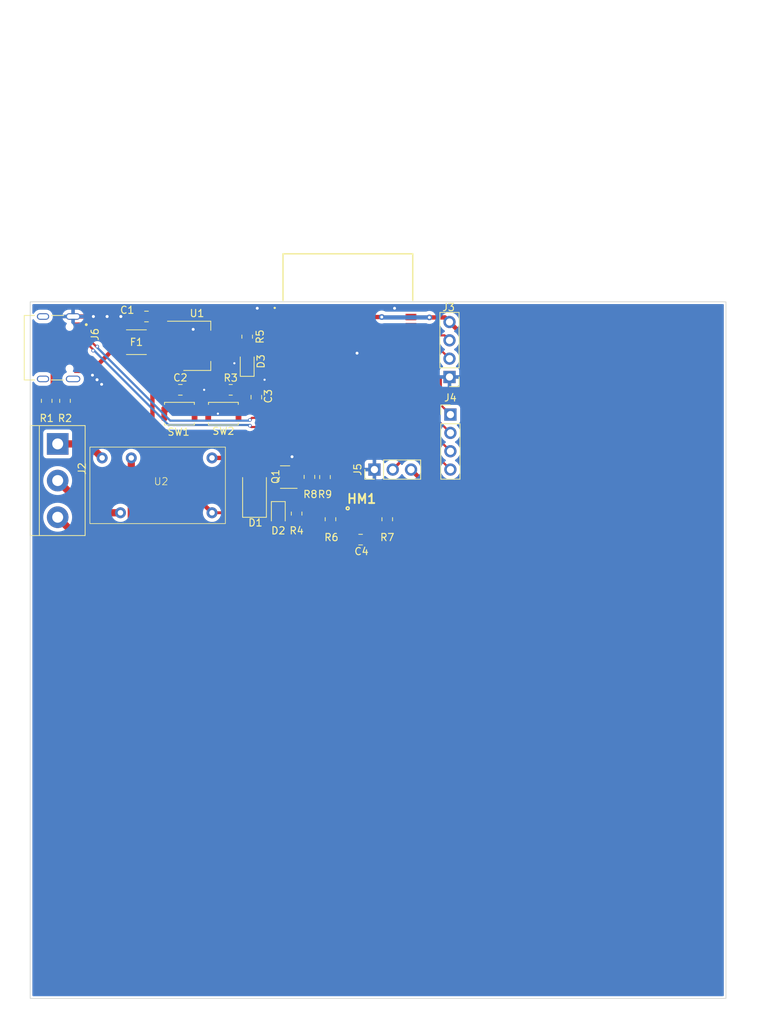
<source format=kicad_pcb>
(kicad_pcb (version 20221018) (generator pcbnew)
  (title_block (title "Clima Termostato") (date "2023-10-24") (rev "0") (company "Edoardo Fullin"))
  (layers (0 "F.Cu" signal) (31 "B.Cu" signal) (34 "B.Paste" user) (35 "F.Paste" user) (36 "B.SilkS" user "B.Silkscreen") (37 "F.SilkS" user "F.Silkscreen") (38 "B.Mask" user) (39 "F.Mask" user) (44 "Edge.Cuts" user))
  (net 0 "")
  (net 1 "+5V")
  (net 2 "GND")
  (net 3 "+3.3V")
  (net 4 "Net-(IC1-EN)")
  (net 5 "Net-(D1-A)")
  (net 6 "Net-(D2-A)")
  (net 7 "Net-(D3-A)")
  (net 8 "Net-(F1-Pad1)")
  (net 9 "/SDA")
  (net 10 "/SCK")
  (net 20 "/USB-")
  (net 21 "/USB+")
  (net 28 "/RELAY")
  (net 32 "/BOOT")
  (net 36 "/GPIO38")
  (net 37 "/JTAG_TCK")
  (net 38 "/JTAG_TDO")
  (net 39 "/JTAG_TDI")
  (net 40 "/JTAG_TMS")
  (net 41 "/UART_RX")
  (net 42 "/UART_TX")
  (net 45 "Net-(J2-Pin_1)")
  (net 46 "Net-(J2-Pin_2)")
  (net 47 "Net-(J2-Pin_3)")
  (net 48 "Net-(Q1-G)")
  (net 49 "Net-(J6-CC1)")
  (net 52 "Net-(J6-CC2)")
  (footprint "Resistor_SMD:R_0805_2012Metric" (layer "F.Cu") (at 142.621 84.9865 90)
    (fp_text reference "R7" (at -2.5165 0 180) (layer "F.SilkS"))
    (fp_text value "5.1k")
    (fp_line (start -0.227064 -0.735) (end 0.227064 -0.735) (stroke (width 0.12)) (layer "F.SilkS"))
    (fp_line (start -0.227064 0.735) (end 0.227064 0.735) (stroke (width 0.12)) (layer "F.SilkS"))
    (pad "1" smd roundrect (at -0.9125 0 90) (size 1.025 1.4) (layers "F.Cu" "F.Paste" "F.Mask") (roundrect_rratio 0.243902) (net 3 "+3.3V"))
    (pad "2" smd roundrect (at 0.9125 0 90) (size 1.025 1.4) (layers "F.Cu" "F.Paste" "F.Mask") (roundrect_rratio 0.243902) (net 10 "/SCK"))
  )
  (footprint "Resistor_SMD:R_0805_2012Metric" (layer "F.Cu") (at 97.917 68.58 -90)
    (fp_text reference "R2" (at 2.413 0) (layer "F.SilkS"))
    (fp_text value "5.1k")
    (fp_line (start -0.227064 -0.735) (end 0.227064 -0.735) (stroke (width 0.12)) (layer "F.SilkS"))
    (fp_line (start -0.227064 0.735) (end 0.227064 0.735) (stroke (width 0.12)) (layer "F.SilkS"))
    (pad "1" smd roundrect (at -0.9125 0 270) (size 1.025 1.4) (layers "F.Cu" "F.Paste" "F.Mask") (roundrect_rratio 0.243902) (net 52 "Net-(J6-CC2)"))
    (pad "2" smd roundrect (at 0.9125 0 270) (size 1.025 1.4) (layers "F.Cu" "F.Paste" "F.Mask") (roundrect_rratio 0.243902) (net 2 "GND"))
  )
  (footprint "USBC-31M12:HRO_TYPE-C-31-M-12" (layer "F.Cu") (at 94.869 61.221 -90)
    (fp_text reference "J6" (at -1.85 -7.205 90) (layer "F.SilkS"))
    (fp_text value "USB_C_Receptacle")
    (fp_line (start -4.47 -2.85) (end -4.47 -1.17) (stroke (width 0.127)) (layer "F.SilkS"))
    (fp_line (start -4.47 2.6) (end -4.47 1.17) (stroke (width 0.127)) (layer "F.SilkS"))
    (fp_line (start -4.47 2.6) (end 4.47 2.6) (stroke (width 0.127)) (layer "F.SilkS"))
    (fp_line (start 4.47 -2.85) (end 4.47 -1.17) (stroke (width 0.127)) (layer "F.SilkS"))
    (fp_line (start 4.47 2.6) (end 4.47 1.17) (stroke (width 0.127)) (layer "F.SilkS"))
    (fp_circle (center -3.2 -6) (end -3.1 -6) (stroke (width 0.2)) (fill none) (layer "F.SilkS"))
    (pad "" np_thru_hole circle (at -2.89 -3.68 270) (size 0.6 0.6) (drill 0.6) (layers "*.Cu" "*.Mask"))
    (pad "" np_thru_hole circle (at 2.89 -3.68 270) (size 0.6 0.6) (drill 0.6) (layers "*.Cu" "*.Mask"))
    (pad "A1" smd rect (at -3.2 -4.9 270) (size 0.6 1.14) (layers "F.Cu" "F.Paste") (net 2 "GND"))
    (pad "A1" smd rect (at 3.2 -4.9 270) (size 0.6 1.14) (layers "F.Cu" "F.Paste") (net 2 "GND"))
    (pad "A4" smd rect (at -2.4 -4.9 270) (size 0.6 1.14) (layers "F.Cu" "F.Paste") (net 8 "Net-(F1-Pad1)"))
    (pad "A4" smd rect (at 2.4 -4.9 270) (size 0.6 1.14) (layers "F.Cu" "F.Paste") (net 8 "Net-(F1-Pad1)"))
    (pad "A5" smd rect (at -1.25 -4.9 270) (size 0.3 1.14) (layers "F.Cu" "F.Paste") (net 49 "Net-(J6-CC1)"))
    (pad "A6" smd rect (at -0.25 -4.9 270) (size 0.3 1.14) (layers "F.Cu" "F.Paste") (net 21 "/USB+"))
    (pad "A7" smd rect (at 0.25 -4.9 270) (size 0.3 1.14) (layers "F.Cu" "F.Paste") (net 20 "/USB-"))
    (pad "A8" smd rect (at 1.25 -4.9 270) (size 0.3 1.14) (layers "F.Cu" "F.Paste"))
    (pad "B5" smd rect (at 1.75 -4.9 270) (size 0.3 1.14) (layers "F.Cu" "F.Paste") (net 52 "Net-(J6-CC2)"))
    (pad "B6" smd rect (at 0.75 -4.9 270) (size 0.3 1.14) (layers "F.Cu" "F.Paste") (net 21 "/USB+"))
    (pad "B7" smd rect (at -0.75 -4.9 270) (size 0.3 1.14) (layers "F.Cu" "F.Paste") (net 20 "/USB-"))
    (pad "B8" smd rect (at -1.75 -4.9 270) (size 0.3 1.14) (layers "F.Cu" "F.Paste"))
    (pad "S1" thru_hole oval (at -4.325 -4.17 270) (size 0.9 2) (drill oval 0.6 1.7) (layers "*.Cu" "*.Mask") (net 2 "GND"))
    (pad "S2" thru_hole oval (at 4.325 -4.17 270) (size 0.9 2) (drill oval 0.6 1.7) (layers "*.Cu" "*.Mask"))
    (pad "S3" thru_hole oval (at -4.325 0 270) (size 0.9 1.7) (drill oval 0.6 1.4) (layers "*.Cu" "*.Mask"))
    (pad "S4" thru_hole oval (at 4.325 0 270) (size 0.9 1.7) (drill oval 0.6 1.4) (layers "*.Cu" "*.Mask"))
  )
  (footprint "Connector_PinHeader_2.54mm:PinHeader_1x03_P2.54mm_Vertical" (layer "F.Cu") (at 140.843 78.105 90)
    (fp_text reference "J5" (at 0 -2.33 90) (layer "F.SilkS"))
    (fp_text value "Conn_01x03_Pin")
    (fp_line (start -1.33 -1.33) (end 0 -1.33) (stroke (width 0.12)) (layer "F.SilkS"))
    (fp_line (start -1.33 0) (end -1.33 -1.33) (stroke (width 0.12)) (layer "F.SilkS"))
    (fp_line (start -1.33 1.27) (end -1.33 6.41) (stroke (width 0.12)) (layer "F.SilkS"))
    (fp_line (start -1.33 1.27) (end 1.33 1.27) (stroke (width 0.12)) (layer "F.SilkS"))
    (fp_line (start -1.33 6.41) (end 1.33 6.41) (stroke (width 0.12)) (layer "F.SilkS"))
    (fp_line (start 1.33 1.27) (end 1.33 6.41) (stroke (width 0.12)) (layer "F.SilkS"))
    (pad "1" thru_hole rect (at 0 0 90) (size 1.7 1.7) (drill 1) (layers "*.Cu" "*.Mask") (net 2 "GND"))
    (pad "2" thru_hole oval (at 0 2.54 90) (size 1.7 1.7) (drill 1) (layers "*.Cu" "*.Mask") (net 36 "/GPIO38"))
    (pad "3" thru_hole oval (at 0 5.08 90) (size 1.7 1.7) (drill 1) (layers "*.Cu" "*.Mask") (net 3 "+3.3V"))
  )
  (footprint "Button_Switch_SMD:SW_Push_SPST_NO_Alps_SKRK" (layer "F.Cu") (at 119.888 70.358 180)
    (fp_text reference "SW2" (at 0 -2.413) (layer "F.SilkS"))
    (fp_text value "BOOT")
    (fp_line (start -2.07 -1.57) (end 2.07 -1.57) (stroke (width 0.12)) (layer "F.SilkS"))
    (fp_line (start -2.07 -1.27) (end -2.07 -1.57) (stroke (width 0.12)) (layer "F.SilkS"))
    (fp_line (start -2.07 1.57) (end -2.07 1.27) (stroke (width 0.12)) (layer "F.SilkS"))
    (fp_line (start 2.07 -1.57) (end 2.07 -1.27) (stroke (width 0.12)) (layer "F.SilkS"))
    (fp_line (start 2.07 1.27) (end 2.07 1.57) (stroke (width 0.12)) (layer "F.SilkS"))
    (fp_line (start 2.07 1.57) (end -2.07 1.57) (stroke (width 0.12)) (layer "F.SilkS"))
    (pad "1" smd roundrect (at -2.1 0 180) (size 0.8 2) (layers "F.Cu" "F.Paste" "F.Mask") (net 32 "/BOOT"))
    (pad "2" smd roundrect (at 2.1 0 180) (size 0.8 2) (layers "F.Cu" "F.Paste" "F.Mask") (net 2 "GND"))
  )
  (footprint "Connector_PinHeader_2.54mm:PinHeader_1x04_P2.54mm_Vertical" (layer "F.Cu") (at 151.257 65.278 180)
    (fp_text reference "J3" (at 0.127 9.652) (layer "F.SilkS"))
    (fp_text value "Conn_01x04_Pin")
    (fp_line (start -1.33 -1.33) (end 0 -1.33) (stroke (width 0.12)) (layer "F.SilkS"))
    (fp_line (start -1.33 0) (end -1.33 -1.33) (stroke (width 0.12)) (layer "F.SilkS"))
    (fp_line (start -1.33 1.27) (end -1.33 8.95) (stroke (width 0.12)) (layer "F.SilkS"))
    (fp_line (start -1.33 1.27) (end 1.33 1.27) (stroke (width 0.12)) (layer "F.SilkS"))
    (fp_line (start -1.33 8.95) (end 1.33 8.95) (stroke (width 0.12)) (layer "F.SilkS"))
    (fp_line (start 1.33 1.27) (end 1.33 8.95) (stroke (width 0.12)) (layer "F.SilkS"))
    (pad "1" thru_hole rect (at 0 0 180) (size 1.7 1.7) (drill 1) (layers "*.Cu" "*.Mask") (net 2 "GND"))
    (pad "2" thru_hole oval (at 0 2.54 180) (size 1.7 1.7) (drill 1) (layers "*.Cu" "*.Mask") (net 41 "/UART_RX"))
    (pad "3" thru_hole oval (at 0 5.08 180) (size 1.7 1.7) (drill 1) (layers "*.Cu" "*.Mask") (net 42 "/UART_TX"))
    (pad "4" thru_hole oval (at 0 7.62 180) (size 1.7 1.7) (drill 1) (layers "*.Cu" "*.Mask") (net 3 "+3.3V"))
  )
  (footprint "Connector_PinHeader_2.54mm:PinHeader_1x04_P2.54mm_Vertical" (layer "F.Cu") (at 151.384 70.485)
    (fp_text reference "J4" (at 0 -2.33) (layer "F.SilkS"))
    (fp_text value "Conn_01x04_Pin")
    (fp_line (start -1.33 -1.33) (end 0 -1.33) (stroke (width 0.12)) (layer "F.SilkS"))
    (fp_line (start -1.33 0) (end -1.33 -1.33) (stroke (width 0.12)) (layer "F.SilkS"))
    (fp_line (start -1.33 1.27) (end -1.33 8.95) (stroke (width 0.12)) (layer "F.SilkS"))
    (fp_line (start -1.33 1.27) (end 1.33 1.27) (stroke (width 0.12)) (layer "F.SilkS"))
    (fp_line (start -1.33 8.95) (end 1.33 8.95) (stroke (width 0.12)) (layer "F.SilkS"))
    (fp_line (start 1.33 1.27) (end 1.33 8.95) (stroke (width 0.12)) (layer "F.SilkS"))
    (pad "1" thru_hole rect (at 0 0) (size 1.7 1.7) (drill 1) (layers "*.Cu" "*.Mask") (net 40 "/JTAG_TMS"))
    (pad "2" thru_hole oval (at 0 2.54) (size 1.7 1.7) (drill 1) (layers "*.Cu" "*.Mask") (net 39 "/JTAG_TDI"))
    (pad "3" thru_hole oval (at 0 5.08) (size 1.7 1.7) (drill 1) (layers "*.Cu" "*.Mask") (net 38 "/JTAG_TDO"))
    (pad "4" thru_hole oval (at 0 7.62) (size 1.7 1.7) (drill 1) (layers "*.Cu" "*.Mask") (net 37 "/JTAG_TCK"))
  )
  (footprint "Package_TO_SOT_SMD:SOT-223-3_TabPin2" (layer "F.Cu") (at 116.23 60.96)
    (fp_text reference "U1" (at 0 -4.5) (layer "F.SilkS"))
    (fp_text value "AMS1117-3.3")
    (fp_line (start -4.1 -3.41) (end 1.91 -3.41) (stroke (width 0.12)) (layer "F.SilkS"))
    (fp_line (start -1.85 3.41) (end 1.91 3.41) (stroke (width 0.12)) (layer "F.SilkS"))
    (fp_line (start 1.91 -3.41) (end 1.91 -2.15) (stroke (width 0.12)) (layer "F.SilkS"))
    (fp_line (start 1.91 3.41) (end 1.91 2.15) (stroke (width 0.12)) (layer "F.SilkS"))
    (pad "1" smd rect (at -3.15 -2.3) (size 2 1.5) (layers "F.Cu" "F.Paste" "F.Mask") (net 2 "GND"))
    (pad "2" smd rect (at -3.15 0) (size 2 1.5) (layers "F.Cu" "F.Paste" "F.Mask") (net 3 "+3.3V"))
    (pad "2" smd rect (at 3.15 0) (size 2 3.8) (layers "F.Cu" "F.Paste" "F.Mask") (net 3 "+3.3V"))
    (pad "3" smd rect (at -3.15 2.3) (size 2 1.5) (layers "F.Cu" "F.Paste" "F.Mask") (net 1 "+5V"))
  )
  (footprint "Package_TO_SOT_SMD:SOT-23" (layer "F.Cu") (at 128.4455 79.1445 180)
    (fp_text reference "Q1" (at 1.3185 0.063 90) (layer "F.SilkS"))
    (fp_text value "2N7002K")
    (fp_line (start 0 -1.56) (end -1.675 -1.56) (stroke (width 0.12)) (layer "F.SilkS"))
    (fp_line (start 0 -1.56) (end 0.65 -1.56) (stroke (width 0.12)) (layer "F.SilkS"))
    (fp_line (start 0 1.56) (end -0.65 1.56) (stroke (width 0.12)) (layer "F.SilkS"))
    (fp_line (start 0 1.56) (end 0.65 1.56) (stroke (width 0.12)) (layer "F.SilkS"))
    (pad "1" smd roundrect (at -0.9375 -0.95 180) (size 1.475 0.6) (layers "F.Cu" "F.Paste" "F.Mask") (net 48 "Net-(Q1-G)"))
    (pad "2" smd roundrect (at -0.9375 0.95 180) (size 1.475 0.6) (layers "F.Cu" "F.Paste" "F.Mask") (net 2 "GND"))
    (pad "3" smd roundrect (at 0.9375 0 180) (size 1.475 0.6) (layers "F.Cu" "F.Paste" "F.Mask") (net 5 "Net-(D1-A)"))
  )
  (footprint "Capacitor_SMD:C_0805_2012Metric" (layer "F.Cu") (at 138.924945 87.812945)
    (fp_text reference "C4" (at 0.127 1.636) (layer "F.SilkS"))
    (fp_text value "100n")
    (fp_line (start -0.261252 -0.735) (end 0.261252 -0.735) (stroke (width 0.12)) (layer "F.SilkS"))
    (fp_line (start -0.261252 0.735) (end 0.261252 0.735) (stroke (width 0.12)) (layer "F.SilkS"))
    (pad "1" smd roundrect (at -0.95 0) (size 1 1.45) (layers "F.Cu" "F.Paste" "F.Mask") (net 3 "+3.3V"))
    (pad "2" smd roundrect (at 0.95 0) (size 1 1.45) (layers "F.Cu" "F.Paste" "F.Mask") (net 2 "GND"))
  )
  (footprint "Button_Switch_SMD:SW_Push_SPST_NO_Alps_SKRK" (layer "F.Cu") (at 113.792 70.358 180)
    (fp_text reference "SW1" (at 0.127 -2.54) (layer "F.SilkS"))
    (fp_text value "RESET")
    (fp_line (start -2.07 -1.57) (end 2.07 -1.57) (stroke (width 0.12)) (layer "F.SilkS"))
    (fp_line (start -2.07 -1.27) (end -2.07 -1.57) (stroke (width 0.12)) (layer "F.SilkS"))
    (fp_line (start -2.07 1.57) (end -2.07 1.27) (stroke (width 0.12)) (layer "F.SilkS"))
    (fp_line (start 2.07 -1.57) (end 2.07 -1.27) (stroke (width 0.12)) (layer "F.SilkS"))
    (fp_line (start 2.07 1.27) (end 2.07 1.57) (stroke (width 0.12)) (layer "F.SilkS"))
    (fp_line (start 2.07 1.57) (end -2.07 1.57) (stroke (width 0.12)) (layer "F.SilkS"))
    (pad "1" smd roundrect (at -2.1 0 180) (size 0.8 2) (layers "F.Cu" "F.Paste" "F.Mask") (net 2 "GND"))
    (pad "2" smd roundrect (at 2.1 0 180) (size 0.8 2) (layers "F.Cu" "F.Paste" "F.Mask") (net 4 "Net-(IC1-EN)"))
  )
  (footprint "JZC-32FC:JZC-32FC" (layer "F.Cu") (at 120.171 85.591 180)
    (fp_text reference "U2" (at 8.919 5.835 unlocked) (layer "F.SilkS") (effects (font (thickness 0.1))))
    (fp_text value "JZC-32F/C")
    (fp_rect (start 0 0) (end 18.8 10.6) (stroke (width 0.1)) (fill none) (layer "F.SilkS"))
    (pad "1" thru_hole circle (at 1.86 1.5 180) (size 1.524 1.524) (drill 0.762) (layers "*.Cu" "*.Mask") (net 1 "+5V"))
    (pad "2" thru_hole circle (at 1.86 9.1 180) (size 1.524 1.524) (drill 0.762) (layers "*.Cu" "*.Mask") (net 5 "Net-(D1-A)"))
    (pad "3" thru_hole circle (at 14.56 1.5 180) (size 1.524 1.524) (drill 0.762) (layers "*.Cu" "*.Mask") (net 46 "Net-(J2-Pin_2)"))
    (pad "4" thru_hole circle (at 13.06 9.1 180) (size 1.524 1.524) (drill 0.762) (layers "*.Cu" "*.Mask") (net 47 "Net-(J2-Pin_3)"))
    (pad "5" thru_hole circle (at 17.1 9.1 180) (size 1.524 1.524) (drill 0.762) (layers "*.Cu" "*.Mask") (net 45 "Net-(J2-Pin_1)"))
  )
  (footprint "ESP32-S3-WROOM-N8R8:ESP32S3WROOM1N8R8" (layer "F.Cu") (at 137.16 60.96)
    (fp_text reference "IC1" hide)
    (fp_text value "ESP32-S3-WROOM-1-N8" hide)
    (fp_line (start -10.2 -5.26) (end -10.2 -5.26) (stroke (width 0.2)) (layer "F.SilkS"))
    (fp_line (start -10.2 -5.26) (end -10.2 -5.26) (stroke (width 0.2)) (layer "F.SilkS"))
    (fp_line (start -10.1 -5.26) (end -10.1 -5.26) (stroke (width 0.2)) (layer "F.SilkS"))
    (fp_line (start -9 -12.75) (end 9 -12.75) (stroke (width 0.2)) (layer "F.SilkS"))
    (fp_line (start -9 -6.3) (end -9 -12.75) (stroke (width 0.2)) (layer "F.SilkS"))
    (fp_line (start 9 -12.75) (end 9 -6.3) (stroke (width 0.2)) (layer "F.SilkS"))
    (fp_arc (start -10.2 -5.26) (mid -10.15 -5.31) (end -10.1 -5.26) (stroke (width 0.2)) (layer "F.SilkS"))
    (fp_arc (start -10.1 -5.26) (mid -10.15 -5.21) (end -10.2 -5.26) (stroke (width 0.2)) (layer "F.SilkS"))
    (fp_arc (start -10.1 -5.26) (mid -10.15 -5.21) (end -10.2 -5.26) (stroke (width 0.2)) (layer "F.SilkS"))
    (pad "1" smd rect (at -8.75 -5.26 90) (size 0.9 1.5) (layers "F.Cu" "F.Paste" "F.Mask") (net 2 "GND"))
    (pad "2" smd rect (at -8.75 -3.99 90) (size 0.9 1.5) (layers "F.Cu" "F.Paste" "F.Mask") (net 3 "+3.3V"))
    (pad "3" smd rect (at -8.75 -2.72 90) (size 0.9 1.5) (layers "F.Cu" "F.Paste" "F.Mask") (net 4 "Net-(IC1-EN)"))
    (pad "4" smd rect (at -8.75 -1.45 90) (size 0.9 1.5) (layers "F.Cu" "F.Paste" "F.Mask"))
    (pad "5" smd rect (at -8.75 -0.18 90) (size 0.9 1.5) (layers "F.Cu" "F.Paste" "F.Mask"))
    (pad "6" smd rect (at -8.75 1.09 90) (size 0.9 1.5) (layers "F.Cu" "F.Paste" "F.Mask"))
    (pad "7" smd rect (at -8.75 2.36 90) (size 0.9 1.5) (layers "F.Cu" "F.Paste" "F.Mask"))
    (pad "8" smd rect (at -8.75 3.63 90) (size 0.9 1.5) (layers "F.Cu" "F.Paste" "F.Mask"))
    (pad "9" smd rect (at -8.75 4.9 90) (size 0.9 1.5) (layers "F.Cu" "F.Paste" "F.Mask"))
    (pad "10" smd rect (at -8.75 6.17 90) (size 0.9 1.5) (layers "F.Cu" "F.Paste" "F.Mask"))
    (pad "11" smd rect (at -8.75 7.44 90) (size 0.9 1.5) (layers "F.Cu" "F.Paste" "F.Mask"))
    (pad "12" smd rect (at -8.75 8.71 90) (size 0.9 1.5) (layers "F.Cu" "F.Paste" "F.Mask"))
    (pad "13" smd rect (at -8.75 9.98 90) (size 0.9 1.5) (layers "F.Cu" "F.Paste" "F.Mask") (net 20 "/USB-"))
    (pad "14" smd rect (at -8.75 11.25 90) (size 0.9 1.5) (layers "F.Cu" "F.Paste" "F.Mask") (net 21 "/USB+"))
    (pad "15" smd rect (at -6.985 12.5) (size 0.9 1.5) (layers "F.Cu" "F.Paste" "F.Mask"))
    (pad "16" smd rect (at -5.715 12.5) (size 0.9 1.5) (layers "F.Cu" "F.Paste" "F.Mask"))
    (pad "17" smd rect (at -4.445 12.5) (size 0.9 1.5) (layers "F.Cu" "F.Paste" "F.Mask"))
    (pad "18" smd rect (at -3.175 12.5) (size 0.9 1.5) (layers "F.Cu" "F.Paste" "F.Mask") (net 9 "/SDA"))
    (pad "19" smd rect (at -1.905 12.5) (size 0.9 1.5) (layers "F.Cu" "F.Paste" "F.Mask") (net 10 "/SCK"))
    (pad "20" smd rect (at -0.635 12.5) (size 0.9 1.5) (layers "F.Cu" "F.Paste" "F.Mask"))
    (pad "21" smd rect (at 0.635 12.5) (size 0.9 1.5) (layers "F.Cu" "F.Paste" "F.Mask"))
    (pad "22" smd rect (at 1.905 12.5) (size 0.9 1.5) (layers "F.Cu" "F.Paste" "F.Mask"))
    (pad "23" smd rect (at 3.175 12.5) (size 0.9 1.5) (layers "F.Cu" "F.Paste" "F.Mask") (net 28 "/RELAY"))
    (pad "24" smd rect (at 4.445 12.5) (size 0.9 1.5) (layers "F.Cu" "F.Paste" "F.Mask"))
    (pad "25" smd rect (at 5.715 12.5) (size 0.9 1.5) (layers "F.Cu" "F.Paste" "F.Mask"))
    (pad "26" smd rect (at 6.985 12.5) (size 0.9 1.5) (layers "F.Cu" "F.Paste" "F.Mask"))
    (pad "27" smd rect (at 8.75 11.25 90) (size 0.9 1.5) (layers "F.Cu" "F.Paste" "F.Mask") (net 32 "/BOOT"))
    (pad "28" smd rect (at 8.75 9.98 90) (size 0.9 1.5) (layers "F.Cu" "F.Paste" "F.Mask"))
    (pad "29" smd rect (at 8.75 8.71 90) (size 0.9 1.5) (layers "F.Cu" "F.Paste" "F.Mask"))
    (pad "30" smd rect (at 8.75 7.44 90) (size 0.9 1.5) (layers "F.Cu" "F.Paste" "F.Mask"))
    (pad "31" smd rect (at 8.75 6.17 90) (size 0.9 1.5) (layers "F.Cu" "F.Paste" "F.Mask") (net 36 "/GPIO38"))
    (pad "32" smd rect (at 8.75 4.9 90) (size 0.9 1.5) (layers "F.Cu" "F.Paste" "F.Mask") (net 37 "/JTAG_TCK"))
    (pad "33" smd rect (at 8.75 3.63 90) (size 0.9 1.5) (layers "F.Cu" "F.Paste" "F.Mask") (net 38 "/JTAG_TDO"))
    (pad "34" smd rect (at 8.75 2.36 90) (size 0.9 1.5) (layers "F.Cu" "F.Paste" "F.Mask") (net 39 "/JTAG_TDI"))
    (pad "35" smd rect (at 8.75 1.09 90) (size 0.9 1.5) (layers "F.Cu" "F.Paste" "F.Mask") (net 40 "/JTAG_TMS"))
    (pad "36" smd rect (at 8.75 -0.18 90) (size 0.9 1.5) (layers "F.Cu" "F.Paste" "F.Mask") (net 41 "/UART_RX"))
    (pad "37" smd rect (at 8.75 -1.45 90) (size 0.9 1.5) (layers "F.Cu" "F.Paste" "F.Mask") (net 42 "/UART_TX"))
    (pad "38" smd rect (at 8.75 -2.72 90) (size 0.9 1.5) (layers "F.Cu" "F.Paste" "F.Mask"))
    (pad "39" smd rect (at 8.75 -3.99 90) (size 0.9 1.5) (layers "F.Cu" "F.Paste" "F.Mask"))
    (pad "40" smd rect (at 8.75 -5.26 90) (size 0.9 1.5) (layers "F.Cu" "F.Paste" "F.Mask") (net 2 "GND"))
    (pad "41" smd rect (at -1.5 2.46) (size 0.9 0.9) (layers "F.Cu" "F.Paste" "F.Mask") (net 2 "GND"))
    (pad "42" smd rect (at -1.5 1.06) (size 0.9 0.9) (layers "F.Cu" "F.Paste" "F.Mask") (net 2 "GND"))
    (pad "43" smd rect (at -2.9 1.06) (size 0.9 0.9) (layers "F.Cu" "F.Paste" "F.Mask") (net 2 "GND"))
    (pad "44" smd rect (at -2.9 2.46) (size 0.9 0.9) (layers "F.Cu" "F.Paste" "F.Mask") (net 2 "GND"))
    (pad "45" smd rect (at -2.9 3.86) (size 0.9 0.9) (layers "F.Cu" "F.Paste" "F.Mask") (net 2 "GND"))
    (pad "46" smd rect (at -1.5 3.86) (size 0.9 0.9) (layers "F.Cu" "F.Paste" "F.Mask") (net 2 "GND"))
    (pad "47" smd rect (at -0.1 3.86) (size 0.9 0.9) (layers "F.Cu" "F.Paste" "F.Mask") (net 2 "GND"))
    (pad "48" smd rect (at -0.1 2.46) (size 0.9 0.9) (layers "F.Cu" "F.Paste" "F.Mask") (net 2 "GND"))
    (pad "49" smd rect (at -0.1 1.06) (size 0.9 0.9) (layers "F.Cu" "F.Paste" "F.Mask") (net 2 "GND"))
  )
  (footprint "Resistor_SMD:R_0805_2012Metric" (layer "F.Cu") (at 134.747 84.9865 90)
    (fp_text reference "R6" (at -2.5165 0.127 180) (layer "F.SilkS"))
    (fp_text value "5.1k")
    (fp_line (start -0.227064 -0.735) (end 0.227064 -0.735) (stroke (width 0.12)) (layer "F.SilkS"))
    (fp_line (start -0.227064 0.735) (end 0.227064 0.735) (stroke (width 0.12)) (layer "F.SilkS"))
    (pad "1" smd roundrect (at -0.9125 0 90) (size 1.025 1.4) (layers "F.Cu" "F.Paste" "F.Mask") (roundrect_rratio 0.243902) (net 3 "+3.3V"))
    (pad "2" smd roundrect (at 0.9125 0 90) (size 1.025 1.4) (layers "F.Cu" "F.Paste" "F.Mask") (roundrect_rratio 0.243902) (net 9 "/SDA"))
  )
  (footprint "Capacitor_SMD:C_0805_2012Metric" (layer "F.Cu") (at 109.22 56.896 180)
    (fp_text reference "C1" (at 2.667 0.889) (layer "F.SilkS"))
    (fp_text value "10u")
    (fp_line (start -0.261252 -0.735) (end 0.261252 -0.735) (stroke (width 0.12)) (layer "F.SilkS"))
    (fp_line (start -0.261252 0.735) (end 0.261252 0.735) (stroke (width 0.12)) (layer "F.SilkS"))
    (pad "1" smd roundrect (at -0.95 0 180) (size 1 1.45) (layers "F.Cu" "F.Paste" "F.Mask") (net 1 "+5V"))
    (pad "2" smd roundrect (at 0.95 0 180) (size 1 1.45) (layers "F.Cu" "F.Paste" "F.Mask") (net 2 "GND"))
  )
  (footprint "Capacitor_SMD:C_0805_2012Metric" (layer "F.Cu") (at 113.919 67.056)
    (fp_text reference "C2" (at 0 -1.68) (layer "F.SilkS"))
    (fp_text value "10u")
    (fp_line (start -0.261252 -0.735) (end 0.261252 -0.735) (stroke (width 0.12)) (layer "F.SilkS"))
    (fp_line (start -0.261252 0.735) (end 0.261252 0.735) (stroke (width 0.12)) (layer "F.SilkS"))
    (pad "1" smd roundrect (at -0.95 0) (size 1 1.45) (layers "F.Cu" "F.Paste" "F.Mask") (net 3 "+3.3V"))
    (pad "2" smd roundrect (at 0.95 0) (size 1 1.45) (layers "F.Cu" "F.Paste" "F.Mask") (net 2 "GND"))
  )
  (footprint "Capacitor_SMD:C_0805_2012Metric" (layer "F.Cu") (at 124.46 68.072 90)
    (fp_text reference "C3" (at 0.127 1.651 90) (layer "F.SilkS"))
    (fp_text value "1u")
    (fp_line (start -0.261252 -0.735) (end 0.261252 -0.735) (stroke (width 0.12)) (layer "F.SilkS"))
    (fp_line (start -0.261252 0.735) (end 0.261252 0.735) (stroke (width 0.12)) (layer "F.SilkS"))
    (pad "1" smd roundrect (at -0.95 0 90) (size 1 1.45) (layers "F.Cu" "F.Paste" "F.Mask") (net 4 "Net-(IC1-EN)"))
    (pad "2" smd roundrect (at 0.95 0 90) (size 1 1.45) (layers "F.Cu" "F.Paste" "F.Mask") (net 2 "GND"))
  )
  (footprint "BME280:BME280" (layer "F.Cu") (at 137.959945 85.925945 90)
    (fp_text reference "HM1" (at 3.756945 1.105055 180) (layer "F.SilkS") (effects (font (size 1.27 1.27) (thickness 0.254))))
    (fp_text value "BME280" hide)
    (fp_circle (center 2.455 -0.827) (end 2.455 -0.62311) (stroke (width 0.2)) (fill none) (layer "F.SilkS"))
    (pad "1" smd rect (at 2.05 0 180) (size 0.35 0.5) (layers "F.Cu" "F.Paste" "F.Mask") (net 2 "GND"))
    (pad "2" smd rect (at 2.05 0.65 180) (size 0.35 0.5) (layers "F.Cu" "F.Paste" "F.Mask") (net 3 "+3.3V"))
    (pad "3" smd rect (at 2.05 1.3 180) (size 0.35 0.5) (layers "F.Cu" "F.Paste" "F.Mask") (net 9 "/SDA"))
    (pad "4" smd rect (at 2.05 1.95 180) (size 0.35 0.5) (layers "F.Cu" "F.Paste" "F.Mask") (net 10 "/SCK"))
    (pad "5" smd rect (at 0 1.95 180) (size 0.35 0.5) (layers "F.Cu" "F.Paste" "F.Mask") (net 2 "GND"))
    (pad "6" smd rect (at 0 1.3 180) (size 0.35 0.5) (layers "F.Cu" "F.Paste" "F.Mask") (net 3 "+3.3V"))
    (pad "7" smd rect (at 0 0.65 180) (size 0.35 0.5) (layers "F.Cu" "F.Paste" "F.Mask") (net 2 "GND"))
    (pad "8" smd rect (at 0 0 180) (size 0.35 0.5) (layers "F.Cu" "F.Paste" "F.Mask") (net 3 "+3.3V"))
  )
  (footprint "TerminalBlock:TerminalBlock_bornier-3_P5.08mm" (layer "F.Cu") (at 96.901 74.549 -90)
    (fp_text reference "J2" (at 3.429 -3.379 90) (layer "F.SilkS"))
    (fp_text value "Screw_Terminal_01x03")
    (fp_line (start -2.54 -3.81) (end 12.7 -3.81) (stroke (width 0.12)) (layer "F.SilkS"))
    (fp_line (start -2.54 2.54) (end 12.7 2.54) (stroke (width 0.12)) (layer "F.SilkS"))
    (fp_line (start -2.54 3.81) (end -2.54 -3.81) (stroke (width 0.12)) (layer "F.SilkS"))
    (fp_line (start -2.54 3.81) (end 12.7 3.81) (stroke (width 0.12)) (layer "F.SilkS"))
    (fp_line (start 12.7 3.81) (end 12.7 -3.81) (stroke (width 0.12)) (layer "F.SilkS"))
    (pad "1" thru_hole rect (at 0 0 270) (size 3 3) (drill 1.52) (layers "*.Cu" "*.Mask") (net 45 "Net-(J2-Pin_1)"))
    (pad "2" thru_hole circle (at 5.08 0 270) (size 3 3) (drill 1.52) (layers "*.Cu" "*.Mask") (net 46 "Net-(J2-Pin_2)"))
    (pad "3" thru_hole circle (at 10.16 0 270) (size 3 3) (drill 1.52) (layers "*.Cu" "*.Mask") (net 47 "Net-(J2-Pin_3)"))
  )
  (footprint "Resistor_SMD:R_0805_2012Metric" (layer "F.Cu") (at 95.377 68.58 -90)
    (fp_text reference "R1" (at 2.413 0) (layer "F.SilkS"))
    (fp_text value "5.1k")
    (fp_line (start -0.227064 -0.735) (end 0.227064 -0.735) (stroke (width 0.12)) (layer "F.SilkS"))
    (fp_line (start -0.227064 0.735) (end 0.227064 0.735) (stroke (width 0.12)) (layer "F.SilkS"))
    (pad "1" smd roundrect (at -0.9125 0 270) (size 1.025 1.4) (layers "F.Cu" "F.Paste" "F.Mask") (roundrect_rratio 0.243902) (net 49 "Net-(J6-CC1)"))
    (pad "2" smd roundrect (at 0.9125 0 270) (size 1.025 1.4) (layers "F.Cu" "F.Paste" "F.Mask") (roundrect_rratio 0.243902) (net 2 "GND"))
  )
  (footprint "LED_SMD:LED_0805_2012Metric" (layer "F.Cu") (at 127.508 84.2245 -90)
    (fp_text reference "D2" (at 2.35 0 -180) (layer "F.SilkS"))
    (fp_text value "LED")
    (fp_line (start -1.685 -0.96) (end -1.685 0.96) (stroke (width 0.12)) (layer "F.SilkS"))
    (fp_line (start -1.685 0.96) (end 1 0.96) (stroke (width 0.12)) (layer "F.SilkS"))
    (fp_line (start 1 -0.96) (end -1.685 -0.96) (stroke (width 0.12)) (layer "F.SilkS"))
    (pad "1" smd roundrect (at -0.9375 0 270) (size 0.975 1.4) (layers "F.Cu" "F.Paste" "F.Mask") (net 5 "Net-(D1-A)"))
    (pad "2" smd roundrect (at 0.9375 0 270) (size 0.975 1.4) (layers "F.Cu" "F.Paste" "F.Mask") (net 6 "Net-(D2-A)"))
  )
  (footprint "Diode_SMD:D_SMA" (layer "F.Cu") (at 124.206 81.2085 90)
    (fp_text reference "D1" (at -4.2625 0.127) (layer "F.SilkS"))
    (fp_text value "MRA4007T3G")
    (fp_line (start -3.51 -1.65) (end -3.51 1.65) (stroke (width 0.12)) (layer "F.SilkS"))
    (fp_line (start -3.51 -1.65) (end 2 -1.65) (stroke (width 0.12)) (layer "F.SilkS"))
    (fp_line (start -3.51 1.65) (end 2 1.65) (stroke (width 0.12)) (layer "F.SilkS"))
    (pad "1" smd roundrect (at -2 0 90) (size 2.5 1.8) (layers "F.Cu" "F.Paste" "F.Mask") (roundrect_rratio 0.1388888889) (net 1 "+5V"))
    (pad "2" smd roundrect (at 2 0 90) (size 2.5 1.8) (layers "F.Cu" "F.Paste" "F.Mask") (roundrect_rratio 0.1388888889) (net 5 "Net-(D1-A)"))
  )
  (footprint "LED_SMD:LED_0805_2012Metric" (layer "F.Cu") (at 123.19 63.5 90)
    (fp_text reference "D3" (at 0.381 1.905 90) (layer "F.SilkS"))
    (fp_text value "LED")
    (fp_line (start -1.685 -0.96) (end -1.685 0.96) (stroke (width 0.12)) (layer "F.SilkS"))
    (fp_line (start -1.685 0.96) (end 1 0.96) (stroke (width 0.12)) (layer "F.SilkS"))
    (fp_line (start 1 -0.96) (end -1.685 -0.96) (stroke (width 0.12)) (layer "F.SilkS"))
    (pad "1" smd roundrect (at -0.9375 0 90) (size 0.975 1.4) (layers "F.Cu" "F.Paste" "F.Mask") (net 2 "GND"))
    (pad "2" smd roundrect (at 0.9375 0 90) (size 0.975 1.4) (layers "F.Cu" "F.Paste" "F.Mask") (net 7 "Net-(D3-A)"))
  )
  (footprint "Resistor_SMD:R_0805_2012Metric" (layer "F.Cu") (at 131.826 79.121 -90)
    (fp_text reference "R8" (at 2.413 -0.127 -180) (layer "F.SilkS"))
    (fp_text value "10k")
    (fp_line (start -0.227064 -0.735) (end 0.227064 -0.735) (stroke (width 0.12)) (layer "F.SilkS"))
    (fp_line (start -0.227064 0.735) (end 0.227064 0.735) (stroke (width 0.12)) (layer "F.SilkS"))
    (pad "1" smd roundrect (at -0.9125 0 270) (size 1.025 1.4) (layers "F.Cu" "F.Paste" "F.Mask") (roundrect_rratio 0.243902) (net 28 "/RELAY"))
    (pad "2" smd roundrect (at 0.9125 0 270) (size 1.025 1.4) (layers "F.Cu" "F.Paste" "F.Mask") (roundrect_rratio 0.243902) (net 2 "GND"))
  )
  (footprint "Resistor_SMD:R_0805_2012Metric" (layer "F.Cu") (at 123.19 59.69 -90)
    (fp_text reference "R5" (at 0 -1.778 90) (layer "F.SilkS"))
    (fp_text value "220")
    (fp_line (start -0.227064 -0.735) (end 0.227064 -0.735) (stroke (width 0.12)) (layer "F.SilkS"))
    (fp_line (start -0.227064 0.735) (end 0.227064 0.735) (stroke (width 0.12)) (layer "F.SilkS"))
    (pad "1" smd roundrect (at -0.9125 0 270) (size 1.025 1.4) (layers "F.Cu" "F.Paste" "F.Mask") (roundrect_rratio 0.243902) (net 3 "+3.3V"))
    (pad "2" smd roundrect (at 0.9125 0 270) (size 1.025 1.4) (layers "F.Cu" "F.Paste" "F.Mask") (roundrect_rratio 0.243902) (net 7 "Net-(D3-A)"))
  )
  (footprint "Resistor_SMD:R_0805_2012Metric" (layer "F.Cu") (at 130.048 84.201 -90)
    (fp_text reference "R4" (at 2.3735 0 -180) (layer "F.SilkS"))
    (fp_text value "220")
    (fp_line (start -0.227064 -0.735) (end 0.227064 -0.735) (stroke (width 0.12)) (layer "F.SilkS"))
    (fp_line (start -0.227064 0.735) (end 0.227064 0.735) (stroke (width 0.12)) (layer "F.SilkS"))
    (pad "1" smd roundrect (at -0.9125 0 270) (size 1.025 1.4) (layers "F.Cu" "F.Paste" "F.Mask") (roundrect_rratio 0.243902) (net 1 "+5V"))
    (pad "2" smd roundrect (at 0.9125 0 270) (size 1.025 1.4) (layers "F.Cu" "F.Paste" "F.Mask") (roundrect_rratio 0.243902) (net 6 "Net-(D2-A)"))
  )
  (footprint "Resistor_SMD:R_0805_2012Metric" (layer "F.Cu") (at 120.904 67.056)
    (fp_text reference "R3" (at 0 -1.65) (layer "F.SilkS"))
    (fp_text value "10k")
    (fp_line (start -0.227064 -0.735) (end 0.227064 -0.735) (stroke (width 0.12)) (layer "F.SilkS"))
    (fp_line (start -0.227064 0.735) (end 0.227064 0.735) (stroke (width 0.12)) (layer "F.SilkS"))
    (pad "1" smd roundrect (at -0.9125 0) (size 1.025 1.4) (layers "F.Cu" "F.Paste" "F.Mask") (roundrect_rratio 0.243902) (net 3 "+3.3V"))
    (pad "2" smd roundrect (at 0.9125 0) (size 1.025 1.4) (layers "F.Cu" "F.Paste" "F.Mask") (roundrect_rratio 0.243902) (net 4 "Net-(IC1-EN)"))
  )
  (footprint "Fuse:Fuse_1812_4532Metric_Pad1.30x3.40mm_HandSolder" (layer "F.Cu") (at 107.823 60.452)
    (fp_text reference "F1" (at 0 0) (layer "F.SilkS"))
    (fp_text value "Polyfuse")
    (fp_line (start -1.386252 -1.71) (end 1.386252 -1.71) (stroke (width 0.12)) (layer "F.SilkS"))
    (fp_line (start -1.386252 1.71) (end 1.386252 1.71) (stroke (width 0.12)) (layer "F.SilkS"))
    (pad "1" smd roundrect (at -2.225 0) (size 1.3 3.4) (layers "F.Cu" "F.Paste" "F.Mask") (roundrect_rratio 0.192308) (net 8 "Net-(F1-Pad1)"))
    (pad "2" smd roundrect (at 2.225 0) (size 1.3 3.4) (layers "F.Cu" "F.Paste" "F.Mask") (roundrect_rratio 0.192308) (net 1 "+5V"))
  )
  (footprint "Resistor_SMD:R_0805_2012Metric" (layer "F.Cu") (at 133.985 79.1445 -90)
    (fp_text reference "R9" (at 2.3895 0 -180) (layer "F.SilkS"))
    (fp_text value "220")
    (fp_line (start -0.227064 -0.735) (end 0.227064 -0.735) (stroke (width 0.12)) (layer "F.SilkS"))
    (fp_line (start -0.227064 0.735) (end 0.227064 0.735) (stroke (width 0.12)) (layer "F.SilkS"))
    (pad "1" smd roundrect (at -0.9125 0 270) (size 1.025 1.4) (layers "F.Cu" "F.Paste" "F.Mask") (roundrect_rratio 0.243902) (net 28 "/RELAY"))
    (pad "2" smd roundrect (at 0.9125 0 270) (size 1.025 1.4) (layers "F.Cu" "F.Paste" "F.Mask") (roundrect_rratio 0.243902) (net 48 "Net-(Q1-G)"))
  )
  (gr_rect (start 93.091 54.864) (end 189.611 151.384) (stroke (width 0.1)) (fill none) (layer "Edge.Cuts"))
  (segment (start 110.048 62.55) (end 110.048 75.828) (width 0.6) (layer "F.Cu") (net 1))
  (segment (start 129.212 84.1245) (end 125.122 84.1245) (width 0.4) (layer "F.Cu") (net 1))
  (segment (start 130.048 83.2885) (end 129.212 84.1245) (width 0.4) (layer "F.Cu") (net 1))
  (segment (start 110.048 75.828) (end 118.311 84.091) (width 0.6) (layer "F.Cu") (net 1))
  (segment (start 110.048 62.23) (end 110.048 62.55) (width 0.6) (layer "F.Cu") (net 1))
  (segment (start 110.048 60.452) (end 110.048 57.018) (width 0.6) (layer "F.Cu") (net 1))
  (segment (start 110.048 60.452) (end 110.048 62.23) (width 0.6) (layer "F.Cu") (net 1))
  (segment (start 110.048 57.018) (end 110.17 56.896) (width 0.6) (layer "F.Cu") (net 1))
  (segment (start 110.048 62.55) (end 110.758 63.26) (width 0.6) (layer "F.Cu") (net 1))
  (segment (start 123.3235 84.091) (end 124.206 83.2085) (width 0.4) (layer "F.Cu") (net 1))
  (segment (start 110.758 63.26) (end 113.08 63.26) (width 0.6) (layer "F.Cu") (net 1))
  (segment (start 125.122 84.1245) (end 124.206 83.2085) (width 0.4) (layer "F.Cu") (net 1))
  (segment (start 118.311 84.091) (end 123.3235 84.091) (width 0.4) (layer "F.Cu") (net 1))
  (segment (start 123.19 64.4375) (end 122.4765 64.4375) (width 0.4) (layer "F.Cu") (net 2))
  (segment (start 101.727 65.024) (end 102.362 65.659) (width 0.6) (layer "F.Cu") (net 2))
  (segment (start 137.06 62.02) (end 138.386 62.02) (width 0.6) (layer "F.Cu") (net 2))
  (segment (start 138.386 62.02) (end 138.43 61.976) (width 0.6) (layer "F.Cu") (net 2))
  (segment (start 115.892 70.358) (end 117.788 70.358) (width 0.4) (layer "F.Cu") (net 2))
  (segment (start 99.039 56.896) (end 101.854 56.896) (width 0.6) (layer "F.Cu") (net 2))
  (segment (start 101.727 65.024) (end 101.124 64.421) (width 0.6) (layer "F.Cu") (net 2))
  (segment (start 117.788 70.358) (end 119.126 70.358) (width 0.4) (layer "F.Cu") (net 2))
  (segment (start 114.869 67.056) (end 117.221 67.056) (width 0.4) (layer "F.Cu") (net 2))
  (segment (start 124.46 67.122) (end 124.46 66.802) (width 0.4) (layer "F.Cu") (net 2))
  (segment (start 128.41 55.7) (end 124.64 55.7) (width 0.6) (layer "F.Cu") (net 2))
  (segment (start 101.854 56.896) (end 102.108 56.896) (width 0.6) (layer "F.Cu") (net 2))
  (segment (start 129.383 78.1945) (end 129.383 76.357) (width 0.6) (layer "F.Cu") (net 2))
  (segment (start 129.383 76.357) (end 129.413 76.327) (width 0.6) (layer "F.Cu") (net 2))
  (segment (start 145.91 55.7) (end 143.69 55.7) (width 0.6) (layer "F.Cu") (net 2))
  (segment (start 102.362 65.659) (end 102.997 66.294) (width 0.6) (layer "F.Cu") (net 2))
  (segment (start 103.759 56.896) (end 105.664 56.896) (width 0.6) (layer "F.Cu") (net 2))
  (segment (start 95.377 69.4925) (end 97.917 69.4925) (width 0.3) (layer "F.Cu") (net 2))
  (segment (start 124.64 55.7) (end 124.587 55.753) (width 0.6) (layer "F.Cu") (net 2))
  (segment (start 138.609945 86.547945) (end 139.874945 87.812945) (width 0.3) (layer "F.Cu") (net 2))
  (segment (start 105.664 56.896) (end 108.27 56.896) (width 0.6) (layer "F.Cu") (net 2))
  (segment (start 115.683 58.66) (end 115.697 58.674) (width 0.6) (layer "F.Cu") (net 2))
  (segment (start 102.108 56.896) (end 103.759 56.896) (width 0.6) (layer "F.Cu") (net 2))
  (segment (start 100.983 58.021) (end 102.108 56.896) (width 0.6) (layer "F.Cu") (net 2))
  (segment (start 124.46 66.802) (end 125.603 65.659) (width 0.4) (layer "F.Cu") (net 2))
  (segment (start 99.769 58.021) (end 100.983 58.021) (width 0.6) (layer "F.Cu") (net 2))
  (segment (start 113.08 58.66) (end 115.683 58.66) (width 0.6) (layer "F.Cu") (net 2))
  (segment (start 101.124 64.421) (end 99.769 64.421) (width 0.6) (layer "F.Cu") (net 2))
  (segment (start 122.4765 64.4375) (end 121.412 63.373) (width 0.4) (layer "F.Cu") (net 2))
  (segment (start 143.69 55.7) (end 143.637 55.753) (width 0.6) (layer "F.Cu") (net 2))
  (segment (start 138.609945 85.925945) (end 138.609945 86.547945) (width 0.3) (layer "F.Cu") (net 2))
  (via (at 124.587 55.753) (size 0.8) (drill 0.4) (layers "F.Cu" "B.Cu") (net 2))
  (via (at 102.997 66.294) (size 0.8) (drill 0.4) (layers "F.Cu" "B.Cu") (net 2))
  (via (at 143.637 55.753) (size 0.8) (drill 0.4) (layers "F.Cu" "B.Cu") (net 2))
  (via (at 103.759 56.896) (size 0.8) (drill 0.4) (layers "F.Cu" "B.Cu") (net 2))
  (via (at 121.412 63.373) (size 0.5) (drill 0.3) (layers "F.Cu" "B.Cu") (net 2))
  (via (at 105.664 56.896) (size 0.8) (drill 0.4) (layers "F.Cu" "B.Cu") (net 2))
  (via (at 101.854 56.896) (size 0.8) (drill 0.4) (layers "F.Cu" "B.Cu") (net 2))
  (via (at 102.362 65.659) (size 0.8) (drill 0.4) (layers "F.Cu" "B.Cu") (net 2))
  (via (at 138.43 61.976) (size 0.8) (drill 0.4) (layers "F.Cu" "B.Cu") (net 2))
  (via (at 125.603 65.659) (size 0.5) (drill 0.3) (layers "F.Cu" "B.Cu") (net 2))
  (via (at 117.221 67.056) (size 0.5) (drill 0.3) (layers "F.Cu" "B.Cu") (net 2))
  (via (at 105.664 56.896) (size 0.8) (drill 0.4) (layers "F.Cu" "B.Cu") (net 2))
  (via (at 101.854 56.896) (size 0.8) (drill 0.4) (layers "F.Cu" "B.Cu") (net 2))
  (via (at 115.697 58.674) (size 0.8) (drill 0.4) (layers "F.Cu" "B.Cu") (net 2))
  (via (at 119.126 70.358) (size 0.5) (drill 0.3) (layers "F.Cu" "B.Cu") (net 2))
  (via (at 129.413 76.327) (size 0.8) (drill 0.4) (layers "F.Cu" "B.Cu") (net 2))
  (via (at 103.759 56.896) (size 0.8) (drill 0.4) (layers "F.Cu" "B.Cu") (net 2))
  (via (at 102.362 65.659) (size 0.8) (drill 0.4) (layers "F.Cu" "B.Cu") (net 2))
  (via (at 101.727 65.024) (size 0.8) (drill 0.4) (layers "F.Cu" "B.Cu") (net 2))
  (segment (start 113.08 60.96) (end 119.38 60.96) (width 0.6) (layer "F.Cu") (net 3))
  (segment (start 128.41 56.97) (end 124.9975 56.97) (width 0.6) (layer "F.Cu") (net 3))
  (segment (start 153.035 80.899) (end 148.717 80.899) (width 0.6) (layer "F.Cu") (net 3))
  (segment (start 134.773945 85.925945) (end 134.747 85.899) (width 0.4) (layer "F.Cu") (net 3))
  (segment (start 148.463 57.023) (end 150.622 57.023) (width 0.6) (layer "F.Cu") (net 3))
  (segment (start 150.622 57.023) (end 151.257 57.658) (width 0.6) (layer "F.Cu") (net 3))
  (segment (start 138.609945 84.482741) (end 138.836204 84.709) (width 0.4) (layer "F.Cu") (net 3))
  (segment (start 138.836204 84.709) (end 139.446 84.709) (width 0.4) (layer "F.Cu") (net 3))
  (segment (start 141.859 56.97) (end 128.41 56.97) (width 0.6) (layer "F.Cu") (net 3))
  (segment (start 141.431 84.709) (end 142.621 85.899) (width 0.4) (layer "F.Cu") (net 3))
  (segment (start 153.797 80.137) (end 153.035 80.899) (width 0.6) (layer "F.Cu") (net 3))
  (segment (start 113.665 65.405) (end 118.3405 65.405) (width 0.4) (layer "F.Cu") (net 3))
  (segment (start 119.38 66.4445) (end 119.9915 67.056) (width 0.4) (layer "F.Cu") (net 3))
  (segment (start 121.5625 58.7775) (end 119.38 60.96) (width 0.6) (layer "F.Cu") (net 3))
  (segment (start 138.609945 83.875945) (end 138.609945 84.482741) (width 0.4) (layer "F.Cu") (net 3))
  (segment (start 137.959945 87.797945) (end 137.974945 87.812945) (width 0.4) (layer "F.Cu") (net 3))
  (segment (start 112.969 66.101) (end 113.665 65.405) (width 0.4) (layer "F.Cu") (net 3))
  (segment (start 139.259945 85.925945) (end 139.259945 84.895055) (width 0.4) (layer "F.Cu") (net 3))
  (segment (start 112.969 67.056) (end 112.969 66.101) (width 0.4) (layer "F.Cu") (net 3))
  (segment (start 137.959945 85.925945) (end 134.773945 85.925945) (width 0.4) (layer "F.Cu") (net 3))
  (segment (start 139.446 84.709) (end 141.431 84.709) (width 0.4) (layer "F.Cu") (net 3))
  (segment (start 153.797 60.198) (end 153.797 80.137) (width 0.6) (layer "F.Cu") (net 3))
  (segment (start 148.717 80.899) (end 145.923 78.105) (width 0.6) (layer "F.Cu") (net 3))
  (segment (start 123.19 58.7775) (end 121.5625 58.7775) (width 0.6) (layer "F.Cu") (net 3))
  (segment (start 137.959945 85.585259) (end 138.836204 84.709) (width 0.4) (layer "F.Cu") (net 3))
  (segment (start 143.717 85.899) (end 142.621 85.899) (width 0.4) (layer "F.Cu") (net 3))
  (segment (start 124.9975 56.97) (end 123.19 58.7775) (width 0.6) (layer "F.Cu") (net 3))
  (segment (start 139.259945 84.895055) (end 139.446 84.709) (width 0.4) (layer "F.Cu") (net 3))
  (segment (start 118.3405 65.405) (end 119.38 66.4445) (width 0.4) (layer "F.Cu") (net 3))
  (segment (start 137.959945 85.925945) (end 137.959945 87.797945) (width 0.4) (layer "F.Cu") (net 3))
  (segment (start 148.717 80.899) (end 143.717 85.899) (width 0.4) (layer "F.Cu") (net 3))
  (segment (start 151.257 57.658) (end 153.797 60.198) (width 0.6) (layer "F.Cu") (net 3))
  (segment (start 119.38 60.96) (end 119.38 66.4445) (width 0.4) (layer "F.Cu") (net 3))
  (segment (start 137.959945 85.925945) (end 137.959945 85.585259) (width 0.4) (layer "F.Cu") (net 3))
  (via (at 148.463 57.023) (size 0.8) (drill 0.4) (layers "F.Cu" "B.Cu") (net 3))
  (via (at 141.859 56.97) (size 0.8) (drill 0.4) (layers "F.Cu" "B.Cu") (net 3))
  (segment (start 141.859 56.97) (end 141.912 57.023) (width 0.6) (layer "B.Cu") (net 3))
  (segment (start 141.912 57.023) (end 148.463 57.023) (width 0.6) (layer "B.Cu") (net 3))
  (segment (start 128.41 58.24) (end 127.66 58.24) (width 0.4) (layer "F.Cu") (net 4))
  (segment (start 120.5465 68.326) (end 113.724 68.326) (width 0.4) (layer "F.Cu") (net 4))
  (segment (start 121.8165 67.056) (end 120.5465 68.326) (width 0.4) (layer "F.Cu") (net 4))
  (segment (start 122.88176 67.056) (end 122.88176 67.44376) (width 0.4) (layer "F.Cu") (net 4))
  (segment (start 126.111 63.82676) (end 122.88176 67.056) (width 0.4) (layer "F.Cu") (net 4))
  (segment (start 122.88176 67.44376) (end 124.46 69.022) (width 0.4) (layer "F.Cu") (net 4))
  (segment (start 127.66 58.24) (end 126.111 59.789) (width 0.4) (layer "F.Cu") (net 4))
  (segment (start 126.111 59.789) (end 126.111 63.82676) (width 0.4) (layer "F.Cu") (net 4))
  (segment (start 113.724 68.326) (end 111.692 70.358) (width 0.4) (layer "F.Cu") (net 4))
  (segment (start 122.88176 67.056) (end 121.8165 67.056) (width 0.4) (layer "F.Cu") (net 4))
  (segment (start 127.508 79.1445) (end 127.508 83.287) (width 0.6) (layer "F.Cu") (net 5))
  (segment (start 127.444 79.2085) (end 127.508 79.1445) (width 0.6) (layer "F.Cu") (net 5))
  (segment (start 118.311 76.491) (end 121.4885 76.491) (width 0.6) (layer "F.Cu") (net 5))
  (segment (start 121.4885 76.491) (end 124.206 79.2085) (width 0.6) (layer "F.Cu") (net 5))
  (segment (start 124.206 79.2085) (end 127.444 79.2085) (width 0.6) (layer "F.Cu") (net 5))
  (segment (start 129.9995 85.162) (end 130.048 85.1135) (width 0.6) (layer "F.Cu") (net 6))
  (segment (start 127.508 85.162) (end 129.9995 85.162) (width 0.6) (layer "F.Cu") (net 6))
  (segment (start 123.19 60.6025) (end 123.19 62.5625) (width 0.4) (layer "F.Cu") (net 7))
  (segment (start 99.769 63.621) (end 102.429 63.621) (width 0.6) (layer "F.Cu") (net 8))
  (segment (start 103.967 58.821) (end 99.769 58.821) (width 0.6) (layer "F.Cu") (net 8))
  (segment (start 102.429 63.621) (end 105.598 60.452) (width 0.6) (layer "F.Cu") (net 8))
  (segment (start 105.598 60.452) (end 103.967 58.821) (width 0.6) (layer "F.Cu") (net 8))
  (segment (start 139.259945 83.875945) (end 139.259945 83.605969) (width 0.3) (layer "F.Cu") (net 9))
  (segment (start 135.382 79.728024) (end 135.382 77.724) (width 0.3) (layer "F.Cu") (net 9))
  (segment (start 139.259945 83.605969) (end 135.382 79.728024) (width 0.3) (layer "F.Cu") (net 9))
  (segment (start 135.382 83.439) (end 134.747 84.074) (width 0.3) (layer "F.Cu") (net 9))
  (segment (start 135.382 77.724) (end 133.985 76.327) (width 0.3) (layer "F.Cu") (net 9))
  (segment (start 133.985 76.327) (end 133.985 73.46) (width 0.3) (layer "F.Cu") (net 9))
  (segment (start 135.382 79.728024) (end 135.382 83.439) (width 0.3) (layer "F.Cu") (net 9))
  (segment (start 135.882 79.520918) (end 135.882 77.516893) (width 0.3) (layer "F.Cu") (net 10))
  (segment (start 139.909945 83.548863) (end 135.882 79.520918) (width 0.3) (layer "F.Cu") (net 10))
  (segment (start 139.909945 83.875945) (end 139.909945 83.548863) (width 0.3) (layer "F.Cu") (net 10))
  (segment (start 142.422945 83.875945) (end 142.621 84.074) (width 0.3) (layer "F.Cu") (net 10))
  (segment (start 135.882 77.516893) (end 135.255 76.889893) (width 0.3) (layer "F.Cu") (net 10))
  (segment (start 135.255 76.889893) (end 135.255 73.46) (width 0.3) (layer "F.Cu") (net 10))
  (segment (start 139.909945 83.875945) (end 142.422945 83.875945) (width 0.3) (layer "F.Cu") (net 10))
  (segment (start 99.819001 60.420999) (end 101.612264 60.420999) (width 0.3) (layer "F.Cu") (net 20))
  (segment (start 123.571 71.228) (end 123.859 70.94) (width 0.3) (layer "F.Cu") (net 20))
  (segment (start 101.612264 60.420999) (end 102.249422 61.058157) (width 0.3) (layer "F.Cu") (net 20))
  (segment (start 99.769 60.471) (end 99.819001 60.420999) (width 0.3) (layer "F.Cu") (net 20))
  (segment (start 102.249422 61.058157) (end 102.390843 61.058157) (width 0.3) (layer "F.Cu") (net 20))
  (segment (start 123.859 70.94) (end 128.41 70.94) (width 0.3) (layer "F.Cu") (net 20))
  (via (at 123.571 71.228) (size 0.5) (drill 0.3) (layers "F.Cu" "B.Cu") (net 20))
  (via (at 102.390843 61.058157) (size 0.5) (drill 0.3) (layers "F.Cu" "B.Cu") (net 20))
  (segment (start 102.390843 61.199578) (end 112.519264 71.327999) (width 0.3) (layer "B.Cu") (net 20))
  (segment (start 102.390843 61.058157) (end 102.390843 61.199578) (width 0.3) (layer "B.Cu") (net 20))
  (segment (start 123.471001 71.327999) (end 123.571 71.228) (width 0.3) (layer "B.Cu") (net 20))
  (segment (start 112.519264 71.327999) (end 123.471001 71.327999) (width 0.3) (layer "B.Cu") (net 20))
  (segment (start 123.571 72.028) (end 123.753 72.21) (width 0.3) (layer "F.Cu") (net 21))
  (segment (start 99.819001 61.021001) (end 101.363736 61.021001) (width 0.3) (layer "F.Cu") (net 21))
  (segment (start 101.363736 61.021001) (end 101.825157 61.482422) (width 0.3) (layer "F.Cu") (net 21))
  (segment (start 123.753 72.21) (end 128.41 72.21) (width 0.3) (layer "F.Cu") (net 21))
  (segment (start 99.769 60.971) (end 99.819001 61.021001) (width 0.3) (layer "F.Cu") (net 21))
  (segment (start 101.825157 61.482422) (end 101.825157 61.623843) (width 0.3) (layer "F.Cu") (net 21))
  (via (at 123.571 72.028) (size 0.5) (drill 0.3) (layers "F.Cu" "B.Cu") (net 21))
  (via (at 101.825157 61.623843) (size 0.5) (drill 0.3) (layers "F.Cu" "B.Cu") (net 21))
  (segment (start 101.825157 61.623843) (end 101.966578 61.623843) (width 0.3) (layer "B.Cu") (net 21))
  (segment (start 112.270736 71.928001) (end 123.471001 71.928001) (width 0.3) (layer "B.Cu") (net 21))
  (segment (start 101.966578 61.623843) (end 112.270736 71.928001) (width 0.3) (layer "B.Cu") (net 21))
  (segment (start 123.471001 71.928001) (end 123.571 72.028) (width 0.3) (layer "B.Cu") (net 21))
  (segment (start 131.826 78.2085) (end 133.9615 78.2085) (width 0.3) (layer "F.Cu") (net 28))
  (segment (start 133.9615 78.2085) (end 133.985 78.232) (width 0.3) (layer "F.Cu") (net 28))
  (segment (start 147.06 74.428) (end 147.06 67.53) (width 0.4) (layer "F.Cu") (net 36))
  (segment (start 146.66 67.13) (end 145.91 67.13) (width 0.4) (layer "F.Cu") (net 36))
  (segment (start 147.06 67.53) (end 146.66 67.13) (width 0.4) (layer "F.Cu") (net 36))
  (segment (start 143.383 78.105) (end 147.06 74.428) (width 0.4) (layer "F.Cu") (net 36))
  (segment (start 148.479 75.2) (end 151.384 78.105) (width 0.3) (layer "F.Cu") (net 37))
  (segment (start 148.479 67.679) (end 148.479 75.2) (width 0.3) (layer "F.Cu") (net 37))
  (segment (start 146.66 65.86) (end 148.479 67.679) (width 0.3) (layer "F.Cu") (net 37))
  (segment (start 145.91 65.86) (end 146.66 65.86) (width 0.3) (layer "F.Cu") (net 37))
  (segment (start 148.979 73.16) (end 151.384 75.565) (width 0.3) (layer "F.Cu") (net 38))
  (segment (start 148.979 66.909) (end 148.979 73.16) (width 0.3) (layer "F.Cu") (net 38))
  (segment (start 146.66 64.59) (end 148.979 66.909) (width 0.3) (layer "F.Cu") (net 38))
  (segment (start 145.91 64.59) (end 146.66 64.59) (width 0.3) (layer "F.Cu") (net 38))
  (segment (start 146.66 63.32) (end 149.479 66.139) (width 0.3) (layer "F.Cu") (net 39))
  (segment (start 145.91 63.32) (end 146.66 63.32) (width 0.3) (layer "F.Cu") (net 39))
  (segment (start 149.479 71.12) (end 151.384 73.025) (width 0.3) (layer "F.Cu") (net 39))
  (segment (start 149.479 66.139) (end 149.479 71.12) (width 0.3) (layer "F.Cu") (net 39))
  (segment (start 150.057 69.158) (end 151.384 70.485) (width 0.3) (layer "F.Cu") (net 40))
  (segment (start 150.057 65.447) (end 150.057 69.158) (width 0.3) (layer "F.Cu") (net 40))
  (segment (start 145.91 62.05) (end 146.66 62.05) (width 0.3) (layer "F.Cu") (net 40))
  (segment (start 146.66 62.05) (end 150.057 65.447) (width 0.3) (layer "F.Cu") (net 40))
  (segment (start 149.299 60.78) (end 151.257 62.738) (width 0.3) (layer "F.Cu") (net 41))
  (segment (start 145.91 60.78) (end 149.299 60.78) (width 0.3) (layer "F.Cu") (net 41))
  (segment (start 150.569 59.51) (end 151.257 60.198) (width 0.3) (layer "F.Cu") (net 42))
  (segment (start 145.91 59.51) (end 150.569 59.51) (width 0.3) (layer "F.Cu") (net 42))
  (segment (start 101.129 74.549) (end 103.071 76.491) (width 1) (layer "F.Cu") (net 45))
  (segment (start 96.901 74.549) (end 101.129 74.549) (width 1) (layer "F.Cu") (net 45))
  (segment (start 101.363 84.091) (end 96.901 79.629) (width 1) (layer "F.Cu") (net 46))
  (segment (start 105.611 84.091) (end 101.363 84.091) (width 1) (layer "F.Cu") (net 46))
  (segment (start 96.901 84.709) (end 98.806 86.614) (width 1) (layer "F.Cu") (net 47))
  (segment (start 98.806 86.614) (end 106.68 86.614) (width 1) (layer "F.Cu") (net 47))
  (segment (start 107.111 86.183) (end 107.111 76.491) (width 1) (layer "F.Cu") (net 47))
  (segment (start 106.68 86.614) (end 107.111 86.183) (width 1) (layer "F.Cu") (net 47))
  (segment (start 129.383 80.0945) (end 129.383 80.3945) (width 0.3) (layer "F.Cu") (net 48))
  (segment (start 129.383 80.3945) (end 131.4115 82.423) (width 0.3) (layer "F.Cu") (net 48))
  (segment (start 132.1315 82.423) (end 133.985 80.5695) (width 0.3) (layer "F.Cu") (net 48))
  (segment (start 131.4115 82.423) (end 132.1315 82.423) (width 0.3) (layer "F.Cu") (net 48))
  (segment (start 133.985 80.5695) (end 133.985 80.057) (width 0.3) (layer "F.Cu") (net 48))
  (segment (start 96.067742 66.976758) (end 96.067742 63.027994) (width 0.3) (layer "F.Cu") (net 49))
  (segment (start 96.067742 63.027994) (end 99.124736 59.971) (width 0.3) (layer "F.Cu") (net 49))
  (segment (start 95.377 67.6675) (end 96.067742 66.976758) (width 0.3) (layer "F.Cu") (net 49))
  (segment (start 99.124736 59.971) (end 99.769 59.971) (width 0.3) (layer "F.Cu") (net 49))
  (segment (start 98.573 62.971) (end 99.769 62.971) (width 0.3) (layer "F.Cu") (net 52))
  (segment (start 97.282 67.0325) (end 97.282 64.262) (width 0.3) (layer "F.Cu") (net 52))
  (segment (start 97.282 64.262) (end 98.573 62.971) (width 0.3) (layer "F.Cu") (net 52))
  (segment (start 97.917 67.6675) (end 97.282 67.0325) (width 0.3) (layer "F.Cu") (net 52))
  (zone (net 2) (net_name "GND") (layer "F.Cu") (priority 1) (connect_pads (clearance 0.5)) (min_thickness 0.25) (fill yes (thermal_gap 0.5) (thermal_bridge_width 0.5))
    (polygon (pts (xy 133.477 61.214) (xy 133.477 65.405) (xy 137.795 65.405) (xy 137.668 61.214)))
  )
  (zone (net 2) (net_name "GND") (layer "B.Cu") (connect_pads (clearance 0.5)) (min_thickness 0.25) (fill yes (thermal_gap 0.5) (thermal_bridge_width 0.5))
    (polygon (pts (xy 88.9 50.8) (xy 88.9 154.94) (xy 195.58 154.94) (xy 195.58 50.8)))
  )
)
</source>
